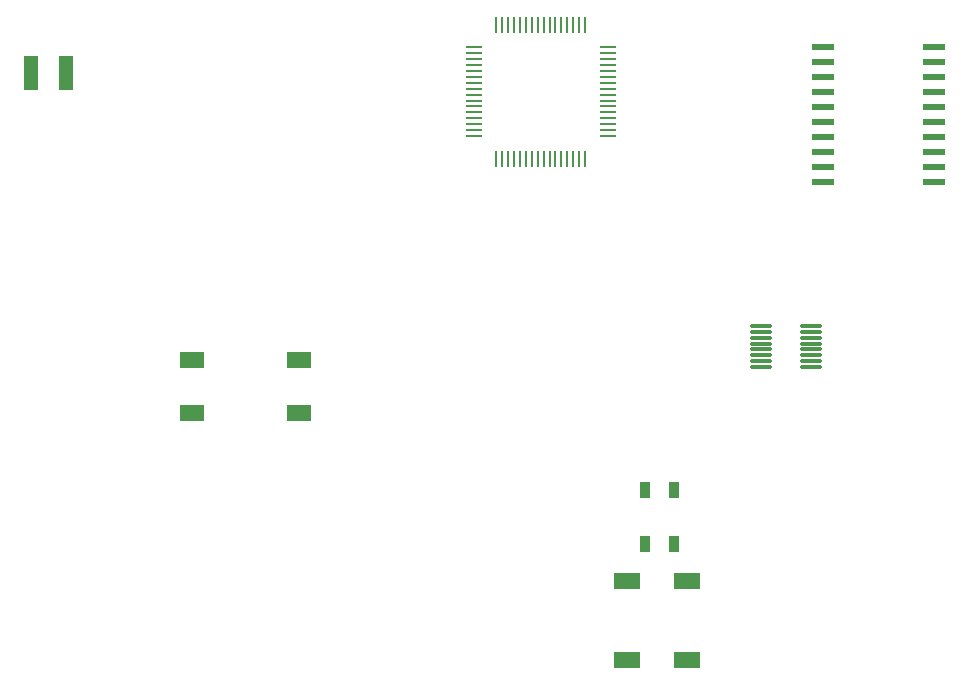
<source format=gtp>
G04*
G04 #@! TF.GenerationSoftware,Altium Limited,Altium Designer,21.0.8 (223)*
G04*
G04 Layer_Color=8421504*
%FSAX25Y25*%
%MOIN*%
G70*
G04*
G04 #@! TF.SameCoordinates,E9B5AFCA-11DB-46D5-B1A1-4708AB9E7353*
G04*
G04*
G04 #@! TF.FilePolarity,Positive*
G04*
G01*
G75*
%ADD17R,0.05000X0.11496*%
%ADD18R,0.08268X0.05512*%
%ADD19R,0.07800X0.02200*%
%ADD20R,0.05787X0.01102*%
%ADD21R,0.01102X0.05787*%
%ADD22R,0.03543X0.05315*%
%ADD23R,0.09000X0.05500*%
%ADD24O,0.07677X0.01181*%
D17*
X0165535Y0324965D02*
D03*
X0153724D02*
D03*
D18*
X0207487Y0211842D02*
D03*
X0243313D02*
D03*
X0207487Y0229558D02*
D03*
X0243313D02*
D03*
D19*
X0417764Y0333823D02*
D03*
Y0328823D02*
D03*
Y0323823D02*
D03*
Y0318823D02*
D03*
Y0313823D02*
D03*
Y0308823D02*
D03*
Y0303823D02*
D03*
Y0298823D02*
D03*
Y0293823D02*
D03*
Y0288823D02*
D03*
X0454764D02*
D03*
Y0293823D02*
D03*
Y0298823D02*
D03*
Y0303823D02*
D03*
Y0308823D02*
D03*
Y0313823D02*
D03*
Y0318823D02*
D03*
Y0323823D02*
D03*
Y0328823D02*
D03*
Y0333823D02*
D03*
D20*
X0346087Y0333587D02*
D03*
Y0331618D02*
D03*
Y0329650D02*
D03*
Y0327681D02*
D03*
Y0325713D02*
D03*
Y0323744D02*
D03*
Y0321776D02*
D03*
Y0319807D02*
D03*
Y0317839D02*
D03*
Y0315870D02*
D03*
Y0313902D02*
D03*
Y0311933D02*
D03*
Y0309965D02*
D03*
Y0307996D02*
D03*
Y0306028D02*
D03*
Y0304059D02*
D03*
X0301441D02*
D03*
Y0309965D02*
D03*
Y0311933D02*
D03*
Y0313902D02*
D03*
Y0315870D02*
D03*
Y0317839D02*
D03*
Y0319807D02*
D03*
Y0321776D02*
D03*
Y0323744D02*
D03*
Y0325713D02*
D03*
Y0327681D02*
D03*
Y0329650D02*
D03*
Y0331618D02*
D03*
Y0333587D02*
D03*
Y0307996D02*
D03*
Y0306028D02*
D03*
D21*
X0309000Y0341146D02*
D03*
X0310968D02*
D03*
X0312937D02*
D03*
X0314906D02*
D03*
X0316874D02*
D03*
X0318843D02*
D03*
X0320811D02*
D03*
X0322779D02*
D03*
X0324748D02*
D03*
X0326716D02*
D03*
X0328685D02*
D03*
X0330654D02*
D03*
X0332622D02*
D03*
X0334591D02*
D03*
X0336559D02*
D03*
X0338528D02*
D03*
Y0296500D02*
D03*
X0336559D02*
D03*
X0334591D02*
D03*
X0332622D02*
D03*
X0330654D02*
D03*
X0328685D02*
D03*
X0326716D02*
D03*
X0324748D02*
D03*
X0322779D02*
D03*
X0320811D02*
D03*
X0318843D02*
D03*
X0316874D02*
D03*
X0314906D02*
D03*
X0312937D02*
D03*
X0310968D02*
D03*
X0309000D02*
D03*
D22*
X0368221Y0186057D02*
D03*
Y0168143D02*
D03*
X0358379Y0186057D02*
D03*
Y0168143D02*
D03*
D23*
X0372700Y0129250D02*
D03*
X0352700D02*
D03*
Y0155750D02*
D03*
X0372700D02*
D03*
D24*
X0397168Y0240779D02*
D03*
Y0238811D02*
D03*
Y0236842D02*
D03*
Y0234874D02*
D03*
Y0232906D02*
D03*
Y0230937D02*
D03*
Y0228969D02*
D03*
Y0227000D02*
D03*
X0413900Y0240779D02*
D03*
Y0238811D02*
D03*
Y0236842D02*
D03*
Y0234874D02*
D03*
Y0232906D02*
D03*
Y0230937D02*
D03*
Y0228969D02*
D03*
Y0227000D02*
D03*
M02*

</source>
